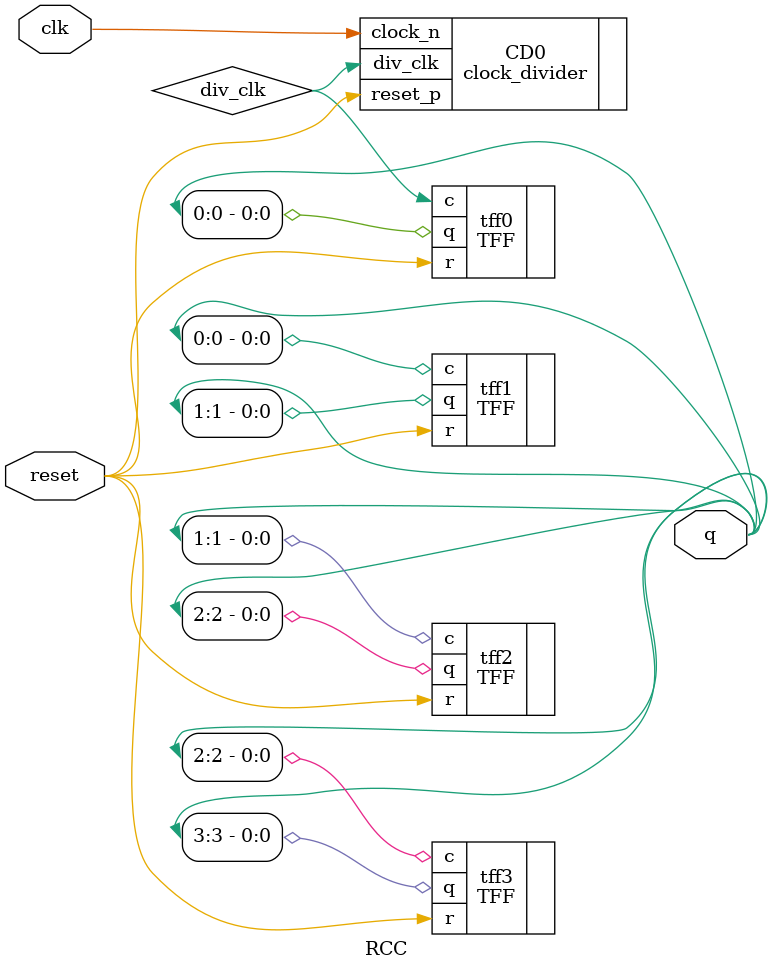
<source format=v>
module RCC
(
	input clk, reset,
	output [3:0] q
);
wire div_clk;
  //instanting clock_divider module
  clock_divider CD0
  (
	.clock_n(clk),
	.reset_p(reset),
	.div_clk(div_clk)
  );
  //instantiate TFF
  TFF tff0
  (
     .c(div_clk),
     .r(reset),
     .q(q[0])
  );
  TFF tff1
  (
     .c(q[0]),
     .r(reset),
     .q(q[1])
  );
  TFF tff2
  (
     .c(q[1]),
     .r(reset),
     .q(q[2])
  );
  TFF tff3
  (
     .c(q[2]),
     .r(reset),
     .q(q[3])
  );
 
endmodule

</source>
